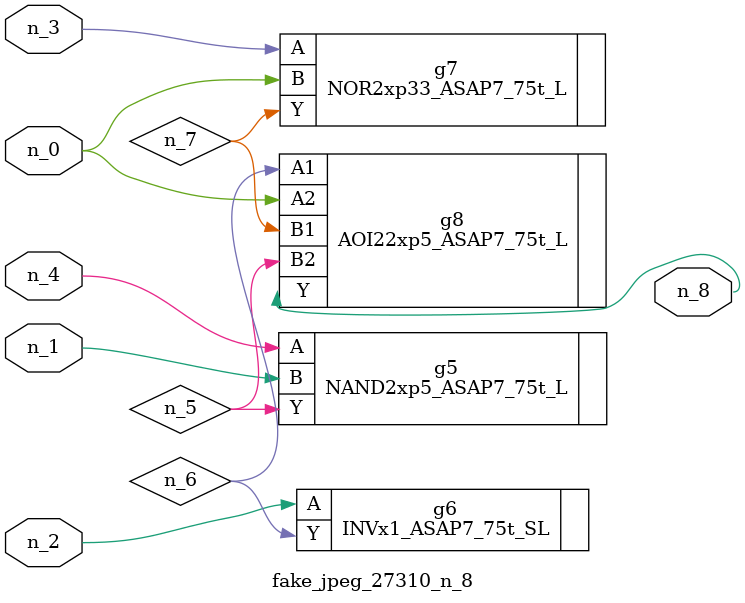
<source format=v>
module fake_jpeg_27310_n_8 (n_3, n_2, n_1, n_0, n_4, n_8);

input n_3;
input n_2;
input n_1;
input n_0;
input n_4;

output n_8;

wire n_6;
wire n_5;
wire n_7;

NAND2xp5_ASAP7_75t_L g5 ( 
.A(n_4),
.B(n_1),
.Y(n_5)
);

INVx1_ASAP7_75t_SL g6 ( 
.A(n_2),
.Y(n_6)
);

NOR2xp33_ASAP7_75t_L g7 ( 
.A(n_3),
.B(n_0),
.Y(n_7)
);

AOI22xp5_ASAP7_75t_L g8 ( 
.A1(n_6),
.A2(n_0),
.B1(n_7),
.B2(n_5),
.Y(n_8)
);


endmodule
</source>
